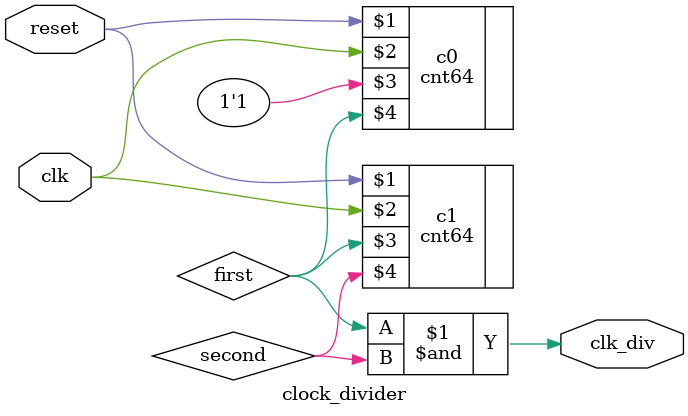
<source format=v>
module clock_divider (reset, clk, clk_div);
     input clk, reset;
     output clk_div;
     wire first, second;

     cnt64 c0 (reset, clk, 1'b1, first);
     cnt64 c1 (reset, clk, first, second);

     assign clk_div = first & second;

endmodule





</source>
